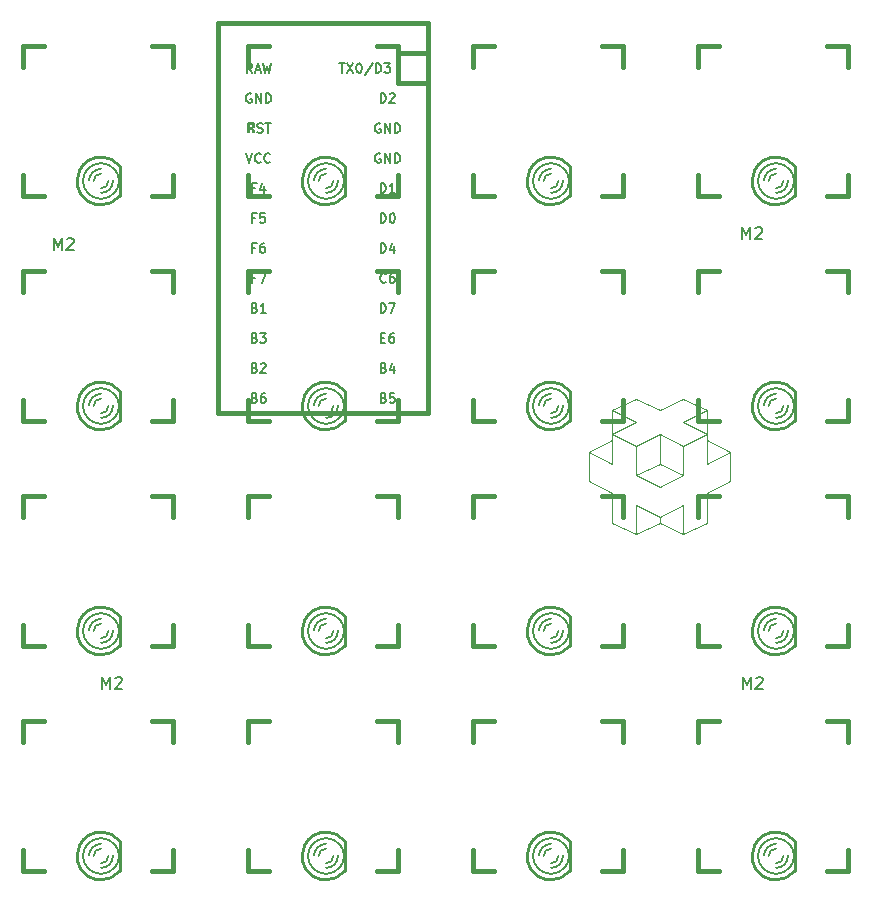
<source format=gto>
G04 #@! TF.GenerationSoftware,KiCad,Pcbnew,(5.0.1)-3*
G04 #@! TF.CreationDate,2020-04-26T21:35:37+05:00*
G04 #@! TF.ProjectId,amoeba-4x4-keypad,616D6F6562612D3478342D6B65797061,rev?*
G04 #@! TF.SameCoordinates,Original*
G04 #@! TF.FileFunction,Legend,Top*
G04 #@! TF.FilePolarity,Positive*
%FSLAX46Y46*%
G04 Gerber Fmt 4.6, Leading zero omitted, Abs format (unit mm)*
G04 Created by KiCad (PCBNEW (5.0.1)-3) date 26.04.2020 21:35:37*
%MOMM*%
%LPD*%
G01*
G04 APERTURE LIST*
%ADD10C,0.100000*%
%ADD11C,0.254000*%
%ADD12C,0.152400*%
%ADD13C,0.381000*%
%ADD14C,0.150000*%
G04 APERTURE END LIST*
D10*
X292470000Y-136990000D02*
X292470000Y-134990000D01*
X290470000Y-138490000D02*
X292470000Y-137490000D01*
X302470000Y-138490000D02*
X300470000Y-137490000D01*
X300470000Y-134990000D02*
X300470000Y-136990000D01*
X298470000Y-135990000D02*
X300470000Y-136990000D01*
X300470000Y-134990000D02*
X298470000Y-135990000D01*
X298470000Y-133990000D02*
X300470000Y-134990000D01*
X296470000Y-134990000D02*
X298470000Y-133990000D01*
X294470000Y-133990000D02*
X296470000Y-134990000D01*
X292470000Y-134990000D02*
X294470000Y-133990000D01*
X294470000Y-135990000D02*
X292470000Y-134990000D01*
X292470000Y-136990000D02*
X294470000Y-135990000D01*
X294470000Y-137990000D02*
X292470000Y-136990000D01*
X296470000Y-143990000D02*
X296470000Y-144490000D01*
X298470000Y-142990000D02*
X298470000Y-145490000D01*
X296470000Y-143990000D02*
X298470000Y-142990000D01*
X294470000Y-142990000D02*
X296470000Y-143990000D01*
X294470000Y-145490000D02*
X294470000Y-142990000D01*
X300470000Y-136990000D02*
X298470000Y-137990000D01*
X300470000Y-139490000D02*
X300470000Y-136990000D01*
X302470000Y-138490000D02*
X300470000Y-139490000D01*
X302470000Y-140990000D02*
X302470000Y-138490000D01*
X300470000Y-141990000D02*
X302470000Y-140990000D01*
X300470000Y-144490000D02*
X300470000Y-141990000D01*
X298470000Y-145490000D02*
X300470000Y-144490000D01*
X296470000Y-144490000D02*
X298470000Y-145490000D01*
X294470000Y-145490000D02*
X296470000Y-144490000D01*
X292470000Y-144490000D02*
X294470000Y-145490000D01*
X292470000Y-141990000D02*
X292470000Y-144490000D01*
X290470000Y-140990000D02*
X292470000Y-141990000D01*
X290470000Y-138490000D02*
X290470000Y-140990000D01*
X292470000Y-139490000D02*
X290470000Y-138490000D01*
X292470000Y-136990000D02*
X292470000Y-139490000D01*
X296470000Y-139490000D02*
X298470000Y-140490000D01*
X296470000Y-139490000D02*
X296470000Y-136990000D01*
X294470000Y-140490000D02*
X296470000Y-139490000D01*
X294470000Y-137990000D02*
X294470000Y-140490000D01*
X296470000Y-136990000D02*
X294470000Y-137990000D01*
X298470000Y-137990000D02*
X296470000Y-136990000D01*
X298470000Y-140490000D02*
X298470000Y-137990000D01*
X296470000Y-141490000D02*
X298470000Y-140490000D01*
X294470000Y-140490000D02*
X296470000Y-141490000D01*
D11*
G04 #@! TO.C,LED0*
X269798800Y-173990000D02*
X269798800Y-171450000D01*
D12*
X267053136Y-171744473D02*
G75*
G03X266700000Y-172720000I1170864J-975527D01*
G01*
X266701889Y-172720469D02*
G75*
G03X267086080Y-173730920I1522111J469D01*
G01*
X269746147Y-172719966D02*
G75*
G03X269379700Y-171729400I-1522147J-34D01*
G01*
X269394864Y-173695527D02*
G75*
G03X269748000Y-172720000I-1170864J975527D01*
G01*
X269463166Y-171832845D02*
G75*
G03X268224000Y-171196000I-1239166J-887155D01*
G01*
X268223199Y-171196000D02*
G75*
G03X267004800Y-171805600I801J-1524000D01*
G01*
X268224442Y-174242206D02*
G75*
G03X269425420Y-173654720I-442J1522206D01*
G01*
X267021436Y-173656171D02*
G75*
G03X268224000Y-174244000I1202564J936171D01*
G01*
X268224000Y-172085000D02*
G75*
G03X267589000Y-172720000I0J-635000D01*
G01*
X268224000Y-171704000D02*
G75*
G03X267208000Y-172720000I0J-1016000D01*
G01*
X268224000Y-173355000D02*
G75*
G03X268859000Y-172720000I0J635000D01*
G01*
X268224000Y-173736000D02*
G75*
G03X269240000Y-172720000I0J1016000D01*
G01*
D11*
X269782880Y-171416574D02*
G75*
G03X268224000Y-170688000I-1558880J-1303426D01*
G01*
X268223025Y-170690540D02*
G75*
G03X266433300Y-171764960I975J-2029460D01*
G01*
X268226552Y-174749386D02*
G75*
G03X269773400Y-174030640I-2552J2029386D01*
G01*
X266460701Y-173729851D02*
G75*
G03X268224000Y-174752000I1763299J1009851D01*
G01*
X266434870Y-171756653D02*
G75*
G03X266192000Y-172720000I1789130J-963347D01*
G01*
X266193077Y-172720100D02*
G75*
G03X266494260Y-173784260I2030923J100D01*
G01*
D13*
G04 #@! TO.C,S0*
X261620000Y-161290000D02*
X263398000Y-161290000D01*
X272542000Y-161290000D02*
X274320000Y-161290000D01*
X274320000Y-161290000D02*
X274320000Y-163068000D01*
X274320000Y-172212000D02*
X274320000Y-173990000D01*
X274320000Y-173990000D02*
X272542000Y-173990000D01*
X263398000Y-173990000D02*
X261620000Y-173990000D01*
X261620000Y-173990000D02*
X261620000Y-172212000D01*
X261620000Y-163068000D02*
X261620000Y-161290000D01*
D11*
G04 #@! TO.C,LED0*
X288848800Y-173990000D02*
X288848800Y-171450000D01*
D12*
X286103136Y-171744473D02*
G75*
G03X285750000Y-172720000I1170864J-975527D01*
G01*
X285751889Y-172720469D02*
G75*
G03X286136080Y-173730920I1522111J469D01*
G01*
X288796147Y-172719966D02*
G75*
G03X288429700Y-171729400I-1522147J-34D01*
G01*
X288444864Y-173695527D02*
G75*
G03X288798000Y-172720000I-1170864J975527D01*
G01*
X288513166Y-171832845D02*
G75*
G03X287274000Y-171196000I-1239166J-887155D01*
G01*
X287273199Y-171196000D02*
G75*
G03X286054800Y-171805600I801J-1524000D01*
G01*
X287274442Y-174242206D02*
G75*
G03X288475420Y-173654720I-442J1522206D01*
G01*
X286071436Y-173656171D02*
G75*
G03X287274000Y-174244000I1202564J936171D01*
G01*
X287274000Y-172085000D02*
G75*
G03X286639000Y-172720000I0J-635000D01*
G01*
X287274000Y-171704000D02*
G75*
G03X286258000Y-172720000I0J-1016000D01*
G01*
X287274000Y-173355000D02*
G75*
G03X287909000Y-172720000I0J635000D01*
G01*
X287274000Y-173736000D02*
G75*
G03X288290000Y-172720000I0J1016000D01*
G01*
D11*
X288832880Y-171416574D02*
G75*
G03X287274000Y-170688000I-1558880J-1303426D01*
G01*
X287273025Y-170690540D02*
G75*
G03X285483300Y-171764960I975J-2029460D01*
G01*
X287276552Y-174749386D02*
G75*
G03X288823400Y-174030640I-2552J2029386D01*
G01*
X285510701Y-173729851D02*
G75*
G03X287274000Y-174752000I1763299J1009851D01*
G01*
X285484870Y-171756653D02*
G75*
G03X285242000Y-172720000I1789130J-963347D01*
G01*
X285243077Y-172720100D02*
G75*
G03X285544260Y-173784260I2030923J100D01*
G01*
D13*
G04 #@! TO.C,S0*
X280670000Y-161290000D02*
X282448000Y-161290000D01*
X291592000Y-161290000D02*
X293370000Y-161290000D01*
X293370000Y-161290000D02*
X293370000Y-163068000D01*
X293370000Y-172212000D02*
X293370000Y-173990000D01*
X293370000Y-173990000D02*
X291592000Y-173990000D01*
X282448000Y-173990000D02*
X280670000Y-173990000D01*
X280670000Y-173990000D02*
X280670000Y-172212000D01*
X280670000Y-163068000D02*
X280670000Y-161290000D01*
X299720000Y-161290000D02*
X301498000Y-161290000D01*
X310642000Y-161290000D02*
X312420000Y-161290000D01*
X312420000Y-161290000D02*
X312420000Y-163068000D01*
X312420000Y-172212000D02*
X312420000Y-173990000D01*
X312420000Y-173990000D02*
X310642000Y-173990000D01*
X301498000Y-173990000D02*
X299720000Y-173990000D01*
X299720000Y-173990000D02*
X299720000Y-172212000D01*
X299720000Y-163068000D02*
X299720000Y-161290000D01*
D11*
G04 #@! TO.C,LED0*
X307898800Y-173990000D02*
X307898800Y-171450000D01*
D12*
X305153136Y-171744473D02*
G75*
G03X304800000Y-172720000I1170864J-975527D01*
G01*
X304801889Y-172720469D02*
G75*
G03X305186080Y-173730920I1522111J469D01*
G01*
X307846147Y-172719966D02*
G75*
G03X307479700Y-171729400I-1522147J-34D01*
G01*
X307494864Y-173695527D02*
G75*
G03X307848000Y-172720000I-1170864J975527D01*
G01*
X307563166Y-171832845D02*
G75*
G03X306324000Y-171196000I-1239166J-887155D01*
G01*
X306323199Y-171196000D02*
G75*
G03X305104800Y-171805600I801J-1524000D01*
G01*
X306324442Y-174242206D02*
G75*
G03X307525420Y-173654720I-442J1522206D01*
G01*
X305121436Y-173656171D02*
G75*
G03X306324000Y-174244000I1202564J936171D01*
G01*
X306324000Y-172085000D02*
G75*
G03X305689000Y-172720000I0J-635000D01*
G01*
X306324000Y-171704000D02*
G75*
G03X305308000Y-172720000I0J-1016000D01*
G01*
X306324000Y-173355000D02*
G75*
G03X306959000Y-172720000I0J635000D01*
G01*
X306324000Y-173736000D02*
G75*
G03X307340000Y-172720000I0J1016000D01*
G01*
D11*
X307882880Y-171416574D02*
G75*
G03X306324000Y-170688000I-1558880J-1303426D01*
G01*
X306323025Y-170690540D02*
G75*
G03X304533300Y-171764960I975J-2029460D01*
G01*
X306326552Y-174749386D02*
G75*
G03X307873400Y-174030640I-2552J2029386D01*
G01*
X304560701Y-173729851D02*
G75*
G03X306324000Y-174752000I1763299J1009851D01*
G01*
X304534870Y-171756653D02*
G75*
G03X304292000Y-172720000I1789130J-963347D01*
G01*
X304293077Y-172720100D02*
G75*
G03X304594260Y-173784260I2030923J100D01*
G01*
D13*
G04 #@! TO.C,S0*
X242570000Y-163068000D02*
X242570000Y-161290000D01*
X242570000Y-173990000D02*
X242570000Y-172212000D01*
X244348000Y-173990000D02*
X242570000Y-173990000D01*
X255270000Y-173990000D02*
X253492000Y-173990000D01*
X255270000Y-172212000D02*
X255270000Y-173990000D01*
X255270000Y-161290000D02*
X255270000Y-163068000D01*
X253492000Y-161290000D02*
X255270000Y-161290000D01*
X242570000Y-161290000D02*
X244348000Y-161290000D01*
D11*
G04 #@! TO.C,LED0*
X247143077Y-172720100D02*
G75*
G03X247444260Y-173784260I2030923J100D01*
G01*
X247384870Y-171756653D02*
G75*
G03X247142000Y-172720000I1789130J-963347D01*
G01*
X247410701Y-173729851D02*
G75*
G03X249174000Y-174752000I1763299J1009851D01*
G01*
X249176552Y-174749386D02*
G75*
G03X250723400Y-174030640I-2552J2029386D01*
G01*
X249173025Y-170690540D02*
G75*
G03X247383300Y-171764960I975J-2029460D01*
G01*
X250732880Y-171416574D02*
G75*
G03X249174000Y-170688000I-1558880J-1303426D01*
G01*
D12*
X249174000Y-173736000D02*
G75*
G03X250190000Y-172720000I0J1016000D01*
G01*
X249174000Y-173355000D02*
G75*
G03X249809000Y-172720000I0J635000D01*
G01*
X249174000Y-171704000D02*
G75*
G03X248158000Y-172720000I0J-1016000D01*
G01*
X249174000Y-172085000D02*
G75*
G03X248539000Y-172720000I0J-635000D01*
G01*
X247971436Y-173656171D02*
G75*
G03X249174000Y-174244000I1202564J936171D01*
G01*
X249174442Y-174242206D02*
G75*
G03X250375420Y-173654720I-442J1522206D01*
G01*
X249173199Y-171196000D02*
G75*
G03X247954800Y-171805600I801J-1524000D01*
G01*
X250413166Y-171832845D02*
G75*
G03X249174000Y-171196000I-1239166J-887155D01*
G01*
X250344864Y-173695527D02*
G75*
G03X250698000Y-172720000I-1170864J975527D01*
G01*
X250696147Y-172719966D02*
G75*
G03X250329700Y-171729400I-1522147J-34D01*
G01*
X247651889Y-172720469D02*
G75*
G03X248036080Y-173730920I1522111J469D01*
G01*
X248003136Y-171744473D02*
G75*
G03X247650000Y-172720000I1170864J-975527D01*
G01*
D11*
X250748800Y-173990000D02*
X250748800Y-171450000D01*
X269798800Y-154940000D02*
X269798800Y-152400000D01*
D12*
X267053136Y-152694473D02*
G75*
G03X266700000Y-153670000I1170864J-975527D01*
G01*
X266701889Y-153670469D02*
G75*
G03X267086080Y-154680920I1522111J469D01*
G01*
X269746147Y-153669966D02*
G75*
G03X269379700Y-152679400I-1522147J-34D01*
G01*
X269394864Y-154645527D02*
G75*
G03X269748000Y-153670000I-1170864J975527D01*
G01*
X269463166Y-152782845D02*
G75*
G03X268224000Y-152146000I-1239166J-887155D01*
G01*
X268223199Y-152146000D02*
G75*
G03X267004800Y-152755600I801J-1524000D01*
G01*
X268224442Y-155192206D02*
G75*
G03X269425420Y-154604720I-442J1522206D01*
G01*
X267021436Y-154606171D02*
G75*
G03X268224000Y-155194000I1202564J936171D01*
G01*
X268224000Y-153035000D02*
G75*
G03X267589000Y-153670000I0J-635000D01*
G01*
X268224000Y-152654000D02*
G75*
G03X267208000Y-153670000I0J-1016000D01*
G01*
X268224000Y-154305000D02*
G75*
G03X268859000Y-153670000I0J635000D01*
G01*
X268224000Y-154686000D02*
G75*
G03X269240000Y-153670000I0J1016000D01*
G01*
D11*
X269782880Y-152366574D02*
G75*
G03X268224000Y-151638000I-1558880J-1303426D01*
G01*
X268223025Y-151640540D02*
G75*
G03X266433300Y-152714960I975J-2029460D01*
G01*
X268226552Y-155699386D02*
G75*
G03X269773400Y-154980640I-2552J2029386D01*
G01*
X266460701Y-154679851D02*
G75*
G03X268224000Y-155702000I1763299J1009851D01*
G01*
X266434870Y-152706653D02*
G75*
G03X266192000Y-153670000I1789130J-963347D01*
G01*
X266193077Y-153670100D02*
G75*
G03X266494260Y-154734260I2030923J100D01*
G01*
D13*
G04 #@! TO.C,S0*
X261620000Y-142240000D02*
X263398000Y-142240000D01*
X272542000Y-142240000D02*
X274320000Y-142240000D01*
X274320000Y-142240000D02*
X274320000Y-144018000D01*
X274320000Y-153162000D02*
X274320000Y-154940000D01*
X274320000Y-154940000D02*
X272542000Y-154940000D01*
X263398000Y-154940000D02*
X261620000Y-154940000D01*
X261620000Y-154940000D02*
X261620000Y-153162000D01*
X261620000Y-144018000D02*
X261620000Y-142240000D01*
D11*
G04 #@! TO.C,LED0*
X288848800Y-154940000D02*
X288848800Y-152400000D01*
D12*
X286103136Y-152694473D02*
G75*
G03X285750000Y-153670000I1170864J-975527D01*
G01*
X285751889Y-153670469D02*
G75*
G03X286136080Y-154680920I1522111J469D01*
G01*
X288796147Y-153669966D02*
G75*
G03X288429700Y-152679400I-1522147J-34D01*
G01*
X288444864Y-154645527D02*
G75*
G03X288798000Y-153670000I-1170864J975527D01*
G01*
X288513166Y-152782845D02*
G75*
G03X287274000Y-152146000I-1239166J-887155D01*
G01*
X287273199Y-152146000D02*
G75*
G03X286054800Y-152755600I801J-1524000D01*
G01*
X287274442Y-155192206D02*
G75*
G03X288475420Y-154604720I-442J1522206D01*
G01*
X286071436Y-154606171D02*
G75*
G03X287274000Y-155194000I1202564J936171D01*
G01*
X287274000Y-153035000D02*
G75*
G03X286639000Y-153670000I0J-635000D01*
G01*
X287274000Y-152654000D02*
G75*
G03X286258000Y-153670000I0J-1016000D01*
G01*
X287274000Y-154305000D02*
G75*
G03X287909000Y-153670000I0J635000D01*
G01*
X287274000Y-154686000D02*
G75*
G03X288290000Y-153670000I0J1016000D01*
G01*
D11*
X288832880Y-152366574D02*
G75*
G03X287274000Y-151638000I-1558880J-1303426D01*
G01*
X287273025Y-151640540D02*
G75*
G03X285483300Y-152714960I975J-2029460D01*
G01*
X287276552Y-155699386D02*
G75*
G03X288823400Y-154980640I-2552J2029386D01*
G01*
X285510701Y-154679851D02*
G75*
G03X287274000Y-155702000I1763299J1009851D01*
G01*
X285484870Y-152706653D02*
G75*
G03X285242000Y-153670000I1789130J-963347D01*
G01*
X285243077Y-153670100D02*
G75*
G03X285544260Y-154734260I2030923J100D01*
G01*
D13*
G04 #@! TO.C,S0*
X280670000Y-142240000D02*
X282448000Y-142240000D01*
X291592000Y-142240000D02*
X293370000Y-142240000D01*
X293370000Y-142240000D02*
X293370000Y-144018000D01*
X293370000Y-153162000D02*
X293370000Y-154940000D01*
X293370000Y-154940000D02*
X291592000Y-154940000D01*
X282448000Y-154940000D02*
X280670000Y-154940000D01*
X280670000Y-154940000D02*
X280670000Y-153162000D01*
X280670000Y-144018000D02*
X280670000Y-142240000D01*
X299720000Y-142240000D02*
X301498000Y-142240000D01*
X310642000Y-142240000D02*
X312420000Y-142240000D01*
X312420000Y-142240000D02*
X312420000Y-144018000D01*
X312420000Y-153162000D02*
X312420000Y-154940000D01*
X312420000Y-154940000D02*
X310642000Y-154940000D01*
X301498000Y-154940000D02*
X299720000Y-154940000D01*
X299720000Y-154940000D02*
X299720000Y-153162000D01*
X299720000Y-144018000D02*
X299720000Y-142240000D01*
D11*
G04 #@! TO.C,LED0*
X307898800Y-154940000D02*
X307898800Y-152400000D01*
D12*
X305153136Y-152694473D02*
G75*
G03X304800000Y-153670000I1170864J-975527D01*
G01*
X304801889Y-153670469D02*
G75*
G03X305186080Y-154680920I1522111J469D01*
G01*
X307846147Y-153669966D02*
G75*
G03X307479700Y-152679400I-1522147J-34D01*
G01*
X307494864Y-154645527D02*
G75*
G03X307848000Y-153670000I-1170864J975527D01*
G01*
X307563166Y-152782845D02*
G75*
G03X306324000Y-152146000I-1239166J-887155D01*
G01*
X306323199Y-152146000D02*
G75*
G03X305104800Y-152755600I801J-1524000D01*
G01*
X306324442Y-155192206D02*
G75*
G03X307525420Y-154604720I-442J1522206D01*
G01*
X305121436Y-154606171D02*
G75*
G03X306324000Y-155194000I1202564J936171D01*
G01*
X306324000Y-153035000D02*
G75*
G03X305689000Y-153670000I0J-635000D01*
G01*
X306324000Y-152654000D02*
G75*
G03X305308000Y-153670000I0J-1016000D01*
G01*
X306324000Y-154305000D02*
G75*
G03X306959000Y-153670000I0J635000D01*
G01*
X306324000Y-154686000D02*
G75*
G03X307340000Y-153670000I0J1016000D01*
G01*
D11*
X307882880Y-152366574D02*
G75*
G03X306324000Y-151638000I-1558880J-1303426D01*
G01*
X306323025Y-151640540D02*
G75*
G03X304533300Y-152714960I975J-2029460D01*
G01*
X306326552Y-155699386D02*
G75*
G03X307873400Y-154980640I-2552J2029386D01*
G01*
X304560701Y-154679851D02*
G75*
G03X306324000Y-155702000I1763299J1009851D01*
G01*
X304534870Y-152706653D02*
G75*
G03X304292000Y-153670000I1789130J-963347D01*
G01*
X304293077Y-153670100D02*
G75*
G03X304594260Y-154734260I2030923J100D01*
G01*
D13*
G04 #@! TO.C,S0*
X242570000Y-144018000D02*
X242570000Y-142240000D01*
X242570000Y-154940000D02*
X242570000Y-153162000D01*
X244348000Y-154940000D02*
X242570000Y-154940000D01*
X255270000Y-154940000D02*
X253492000Y-154940000D01*
X255270000Y-153162000D02*
X255270000Y-154940000D01*
X255270000Y-142240000D02*
X255270000Y-144018000D01*
X253492000Y-142240000D02*
X255270000Y-142240000D01*
X242570000Y-142240000D02*
X244348000Y-142240000D01*
D11*
G04 #@! TO.C,LED0*
X247143077Y-153670100D02*
G75*
G03X247444260Y-154734260I2030923J100D01*
G01*
X247384870Y-152706653D02*
G75*
G03X247142000Y-153670000I1789130J-963347D01*
G01*
X247410701Y-154679851D02*
G75*
G03X249174000Y-155702000I1763299J1009851D01*
G01*
X249176552Y-155699386D02*
G75*
G03X250723400Y-154980640I-2552J2029386D01*
G01*
X249173025Y-151640540D02*
G75*
G03X247383300Y-152714960I975J-2029460D01*
G01*
X250732880Y-152366574D02*
G75*
G03X249174000Y-151638000I-1558880J-1303426D01*
G01*
D12*
X249174000Y-154686000D02*
G75*
G03X250190000Y-153670000I0J1016000D01*
G01*
X249174000Y-154305000D02*
G75*
G03X249809000Y-153670000I0J635000D01*
G01*
X249174000Y-152654000D02*
G75*
G03X248158000Y-153670000I0J-1016000D01*
G01*
X249174000Y-153035000D02*
G75*
G03X248539000Y-153670000I0J-635000D01*
G01*
X247971436Y-154606171D02*
G75*
G03X249174000Y-155194000I1202564J936171D01*
G01*
X249174442Y-155192206D02*
G75*
G03X250375420Y-154604720I-442J1522206D01*
G01*
X249173199Y-152146000D02*
G75*
G03X247954800Y-152755600I801J-1524000D01*
G01*
X250413166Y-152782845D02*
G75*
G03X249174000Y-152146000I-1239166J-887155D01*
G01*
X250344864Y-154645527D02*
G75*
G03X250698000Y-153670000I-1170864J975527D01*
G01*
X250696147Y-153669966D02*
G75*
G03X250329700Y-152679400I-1522147J-34D01*
G01*
X247651889Y-153670469D02*
G75*
G03X248036080Y-154680920I1522111J469D01*
G01*
X248003136Y-152694473D02*
G75*
G03X247650000Y-153670000I1170864J-975527D01*
G01*
D11*
X250748800Y-154940000D02*
X250748800Y-152400000D01*
X269798800Y-135890000D02*
X269798800Y-133350000D01*
D12*
X267053136Y-133644473D02*
G75*
G03X266700000Y-134620000I1170864J-975527D01*
G01*
X266701889Y-134620469D02*
G75*
G03X267086080Y-135630920I1522111J469D01*
G01*
X269746147Y-134619966D02*
G75*
G03X269379700Y-133629400I-1522147J-34D01*
G01*
X269394864Y-135595527D02*
G75*
G03X269748000Y-134620000I-1170864J975527D01*
G01*
X269463166Y-133732845D02*
G75*
G03X268224000Y-133096000I-1239166J-887155D01*
G01*
X268223199Y-133096000D02*
G75*
G03X267004800Y-133705600I801J-1524000D01*
G01*
X268224442Y-136142206D02*
G75*
G03X269425420Y-135554720I-442J1522206D01*
G01*
X267021436Y-135556171D02*
G75*
G03X268224000Y-136144000I1202564J936171D01*
G01*
X268224000Y-133985000D02*
G75*
G03X267589000Y-134620000I0J-635000D01*
G01*
X268224000Y-133604000D02*
G75*
G03X267208000Y-134620000I0J-1016000D01*
G01*
X268224000Y-135255000D02*
G75*
G03X268859000Y-134620000I0J635000D01*
G01*
X268224000Y-135636000D02*
G75*
G03X269240000Y-134620000I0J1016000D01*
G01*
D11*
X269782880Y-133316574D02*
G75*
G03X268224000Y-132588000I-1558880J-1303426D01*
G01*
X268223025Y-132590540D02*
G75*
G03X266433300Y-133664960I975J-2029460D01*
G01*
X268226552Y-136649386D02*
G75*
G03X269773400Y-135930640I-2552J2029386D01*
G01*
X266460701Y-135629851D02*
G75*
G03X268224000Y-136652000I1763299J1009851D01*
G01*
X266434870Y-133656653D02*
G75*
G03X266192000Y-134620000I1789130J-963347D01*
G01*
X266193077Y-134620100D02*
G75*
G03X266494260Y-135684260I2030923J100D01*
G01*
D13*
G04 #@! TO.C,S0*
X261620000Y-123190000D02*
X263398000Y-123190000D01*
X272542000Y-123190000D02*
X274320000Y-123190000D01*
X274320000Y-123190000D02*
X274320000Y-124968000D01*
X274320000Y-134112000D02*
X274320000Y-135890000D01*
X274320000Y-135890000D02*
X272542000Y-135890000D01*
X263398000Y-135890000D02*
X261620000Y-135890000D01*
X261620000Y-135890000D02*
X261620000Y-134112000D01*
X261620000Y-124968000D02*
X261620000Y-123190000D01*
D11*
G04 #@! TO.C,LED0*
X288848800Y-135890000D02*
X288848800Y-133350000D01*
D12*
X286103136Y-133644473D02*
G75*
G03X285750000Y-134620000I1170864J-975527D01*
G01*
X285751889Y-134620469D02*
G75*
G03X286136080Y-135630920I1522111J469D01*
G01*
X288796147Y-134619966D02*
G75*
G03X288429700Y-133629400I-1522147J-34D01*
G01*
X288444864Y-135595527D02*
G75*
G03X288798000Y-134620000I-1170864J975527D01*
G01*
X288513166Y-133732845D02*
G75*
G03X287274000Y-133096000I-1239166J-887155D01*
G01*
X287273199Y-133096000D02*
G75*
G03X286054800Y-133705600I801J-1524000D01*
G01*
X287274442Y-136142206D02*
G75*
G03X288475420Y-135554720I-442J1522206D01*
G01*
X286071436Y-135556171D02*
G75*
G03X287274000Y-136144000I1202564J936171D01*
G01*
X287274000Y-133985000D02*
G75*
G03X286639000Y-134620000I0J-635000D01*
G01*
X287274000Y-133604000D02*
G75*
G03X286258000Y-134620000I0J-1016000D01*
G01*
X287274000Y-135255000D02*
G75*
G03X287909000Y-134620000I0J635000D01*
G01*
X287274000Y-135636000D02*
G75*
G03X288290000Y-134620000I0J1016000D01*
G01*
D11*
X288832880Y-133316574D02*
G75*
G03X287274000Y-132588000I-1558880J-1303426D01*
G01*
X287273025Y-132590540D02*
G75*
G03X285483300Y-133664960I975J-2029460D01*
G01*
X287276552Y-136649386D02*
G75*
G03X288823400Y-135930640I-2552J2029386D01*
G01*
X285510701Y-135629851D02*
G75*
G03X287274000Y-136652000I1763299J1009851D01*
G01*
X285484870Y-133656653D02*
G75*
G03X285242000Y-134620000I1789130J-963347D01*
G01*
X285243077Y-134620100D02*
G75*
G03X285544260Y-135684260I2030923J100D01*
G01*
D13*
G04 #@! TO.C,S0*
X280670000Y-123190000D02*
X282448000Y-123190000D01*
X291592000Y-123190000D02*
X293370000Y-123190000D01*
X293370000Y-123190000D02*
X293370000Y-124968000D01*
X293370000Y-134112000D02*
X293370000Y-135890000D01*
X293370000Y-135890000D02*
X291592000Y-135890000D01*
X282448000Y-135890000D02*
X280670000Y-135890000D01*
X280670000Y-135890000D02*
X280670000Y-134112000D01*
X280670000Y-124968000D02*
X280670000Y-123190000D01*
X299720000Y-123190000D02*
X301498000Y-123190000D01*
X310642000Y-123190000D02*
X312420000Y-123190000D01*
X312420000Y-123190000D02*
X312420000Y-124968000D01*
X312420000Y-134112000D02*
X312420000Y-135890000D01*
X312420000Y-135890000D02*
X310642000Y-135890000D01*
X301498000Y-135890000D02*
X299720000Y-135890000D01*
X299720000Y-135890000D02*
X299720000Y-134112000D01*
X299720000Y-124968000D02*
X299720000Y-123190000D01*
D11*
G04 #@! TO.C,LED0*
X307898800Y-135890000D02*
X307898800Y-133350000D01*
D12*
X305153136Y-133644473D02*
G75*
G03X304800000Y-134620000I1170864J-975527D01*
G01*
X304801889Y-134620469D02*
G75*
G03X305186080Y-135630920I1522111J469D01*
G01*
X307846147Y-134619966D02*
G75*
G03X307479700Y-133629400I-1522147J-34D01*
G01*
X307494864Y-135595527D02*
G75*
G03X307848000Y-134620000I-1170864J975527D01*
G01*
X307563166Y-133732845D02*
G75*
G03X306324000Y-133096000I-1239166J-887155D01*
G01*
X306323199Y-133096000D02*
G75*
G03X305104800Y-133705600I801J-1524000D01*
G01*
X306324442Y-136142206D02*
G75*
G03X307525420Y-135554720I-442J1522206D01*
G01*
X305121436Y-135556171D02*
G75*
G03X306324000Y-136144000I1202564J936171D01*
G01*
X306324000Y-133985000D02*
G75*
G03X305689000Y-134620000I0J-635000D01*
G01*
X306324000Y-133604000D02*
G75*
G03X305308000Y-134620000I0J-1016000D01*
G01*
X306324000Y-135255000D02*
G75*
G03X306959000Y-134620000I0J635000D01*
G01*
X306324000Y-135636000D02*
G75*
G03X307340000Y-134620000I0J1016000D01*
G01*
D11*
X307882880Y-133316574D02*
G75*
G03X306324000Y-132588000I-1558880J-1303426D01*
G01*
X306323025Y-132590540D02*
G75*
G03X304533300Y-133664960I975J-2029460D01*
G01*
X306326552Y-136649386D02*
G75*
G03X307873400Y-135930640I-2552J2029386D01*
G01*
X304560701Y-135629851D02*
G75*
G03X306324000Y-136652000I1763299J1009851D01*
G01*
X304534870Y-133656653D02*
G75*
G03X304292000Y-134620000I1789130J-963347D01*
G01*
X304293077Y-134620100D02*
G75*
G03X304594260Y-135684260I2030923J100D01*
G01*
D13*
G04 #@! TO.C,S0*
X242570000Y-124968000D02*
X242570000Y-123190000D01*
X242570000Y-135890000D02*
X242570000Y-134112000D01*
X244348000Y-135890000D02*
X242570000Y-135890000D01*
X255270000Y-135890000D02*
X253492000Y-135890000D01*
X255270000Y-134112000D02*
X255270000Y-135890000D01*
X255270000Y-123190000D02*
X255270000Y-124968000D01*
X253492000Y-123190000D02*
X255270000Y-123190000D01*
X242570000Y-123190000D02*
X244348000Y-123190000D01*
D11*
G04 #@! TO.C,LED0*
X247143077Y-134620100D02*
G75*
G03X247444260Y-135684260I2030923J100D01*
G01*
X247384870Y-133656653D02*
G75*
G03X247142000Y-134620000I1789130J-963347D01*
G01*
X247410701Y-135629851D02*
G75*
G03X249174000Y-136652000I1763299J1009851D01*
G01*
X249176552Y-136649386D02*
G75*
G03X250723400Y-135930640I-2552J2029386D01*
G01*
X249173025Y-132590540D02*
G75*
G03X247383300Y-133664960I975J-2029460D01*
G01*
X250732880Y-133316574D02*
G75*
G03X249174000Y-132588000I-1558880J-1303426D01*
G01*
D12*
X249174000Y-135636000D02*
G75*
G03X250190000Y-134620000I0J1016000D01*
G01*
X249174000Y-135255000D02*
G75*
G03X249809000Y-134620000I0J635000D01*
G01*
X249174000Y-133604000D02*
G75*
G03X248158000Y-134620000I0J-1016000D01*
G01*
X249174000Y-133985000D02*
G75*
G03X248539000Y-134620000I0J-635000D01*
G01*
X247971436Y-135556171D02*
G75*
G03X249174000Y-136144000I1202564J936171D01*
G01*
X249174442Y-136142206D02*
G75*
G03X250375420Y-135554720I-442J1522206D01*
G01*
X249173199Y-133096000D02*
G75*
G03X247954800Y-133705600I801J-1524000D01*
G01*
X250413166Y-133732845D02*
G75*
G03X249174000Y-133096000I-1239166J-887155D01*
G01*
X250344864Y-135595527D02*
G75*
G03X250698000Y-134620000I-1170864J975527D01*
G01*
X250696147Y-134619966D02*
G75*
G03X250329700Y-133629400I-1522147J-34D01*
G01*
X247651889Y-134620469D02*
G75*
G03X248036080Y-135630920I1522111J469D01*
G01*
X248003136Y-133644473D02*
G75*
G03X247650000Y-134620000I1170864J-975527D01*
G01*
D11*
X250748800Y-135890000D02*
X250748800Y-133350000D01*
D13*
G04 #@! TO.C,S0*
X299720000Y-105918000D02*
X299720000Y-104140000D01*
X299720000Y-116840000D02*
X299720000Y-115062000D01*
X301498000Y-116840000D02*
X299720000Y-116840000D01*
X312420000Y-116840000D02*
X310642000Y-116840000D01*
X312420000Y-115062000D02*
X312420000Y-116840000D01*
X312420000Y-104140000D02*
X312420000Y-105918000D01*
X310642000Y-104140000D02*
X312420000Y-104140000D01*
X299720000Y-104140000D02*
X301498000Y-104140000D01*
D11*
G04 #@! TO.C,LED0*
X304293077Y-115570100D02*
G75*
G03X304594260Y-116634260I2030923J100D01*
G01*
X304534870Y-114606653D02*
G75*
G03X304292000Y-115570000I1789130J-963347D01*
G01*
X304560701Y-116579851D02*
G75*
G03X306324000Y-117602000I1763299J1009851D01*
G01*
X306326552Y-117599386D02*
G75*
G03X307873400Y-116880640I-2552J2029386D01*
G01*
X306323025Y-113540540D02*
G75*
G03X304533300Y-114614960I975J-2029460D01*
G01*
X307882880Y-114266574D02*
G75*
G03X306324000Y-113538000I-1558880J-1303426D01*
G01*
D12*
X306324000Y-116586000D02*
G75*
G03X307340000Y-115570000I0J1016000D01*
G01*
X306324000Y-116205000D02*
G75*
G03X306959000Y-115570000I0J635000D01*
G01*
X306324000Y-114554000D02*
G75*
G03X305308000Y-115570000I0J-1016000D01*
G01*
X306324000Y-114935000D02*
G75*
G03X305689000Y-115570000I0J-635000D01*
G01*
X305121436Y-116506171D02*
G75*
G03X306324000Y-117094000I1202564J936171D01*
G01*
X306324442Y-117092206D02*
G75*
G03X307525420Y-116504720I-442J1522206D01*
G01*
X306323199Y-114046000D02*
G75*
G03X305104800Y-114655600I801J-1524000D01*
G01*
X307563166Y-114682845D02*
G75*
G03X306324000Y-114046000I-1239166J-887155D01*
G01*
X307494864Y-116545527D02*
G75*
G03X307848000Y-115570000I-1170864J975527D01*
G01*
X307846147Y-115569966D02*
G75*
G03X307479700Y-114579400I-1522147J-34D01*
G01*
X304801889Y-115570469D02*
G75*
G03X305186080Y-116580920I1522111J469D01*
G01*
X305153136Y-114594473D02*
G75*
G03X304800000Y-115570000I1170864J-975527D01*
G01*
D11*
X307898800Y-116840000D02*
X307898800Y-114300000D01*
D13*
G04 #@! TO.C,S0*
X280670000Y-105918000D02*
X280670000Y-104140000D01*
X280670000Y-116840000D02*
X280670000Y-115062000D01*
X282448000Y-116840000D02*
X280670000Y-116840000D01*
X293370000Y-116840000D02*
X291592000Y-116840000D01*
X293370000Y-115062000D02*
X293370000Y-116840000D01*
X293370000Y-104140000D02*
X293370000Y-105918000D01*
X291592000Y-104140000D02*
X293370000Y-104140000D01*
X280670000Y-104140000D02*
X282448000Y-104140000D01*
D11*
G04 #@! TO.C,LED0*
X285243077Y-115570100D02*
G75*
G03X285544260Y-116634260I2030923J100D01*
G01*
X285484870Y-114606653D02*
G75*
G03X285242000Y-115570000I1789130J-963347D01*
G01*
X285510701Y-116579851D02*
G75*
G03X287274000Y-117602000I1763299J1009851D01*
G01*
X287276552Y-117599386D02*
G75*
G03X288823400Y-116880640I-2552J2029386D01*
G01*
X287273025Y-113540540D02*
G75*
G03X285483300Y-114614960I975J-2029460D01*
G01*
X288832880Y-114266574D02*
G75*
G03X287274000Y-113538000I-1558880J-1303426D01*
G01*
D12*
X287274000Y-116586000D02*
G75*
G03X288290000Y-115570000I0J1016000D01*
G01*
X287274000Y-116205000D02*
G75*
G03X287909000Y-115570000I0J635000D01*
G01*
X287274000Y-114554000D02*
G75*
G03X286258000Y-115570000I0J-1016000D01*
G01*
X287274000Y-114935000D02*
G75*
G03X286639000Y-115570000I0J-635000D01*
G01*
X286071436Y-116506171D02*
G75*
G03X287274000Y-117094000I1202564J936171D01*
G01*
X287274442Y-117092206D02*
G75*
G03X288475420Y-116504720I-442J1522206D01*
G01*
X287273199Y-114046000D02*
G75*
G03X286054800Y-114655600I801J-1524000D01*
G01*
X288513166Y-114682845D02*
G75*
G03X287274000Y-114046000I-1239166J-887155D01*
G01*
X288444864Y-116545527D02*
G75*
G03X288798000Y-115570000I-1170864J975527D01*
G01*
X288796147Y-115569966D02*
G75*
G03X288429700Y-114579400I-1522147J-34D01*
G01*
X285751889Y-115570469D02*
G75*
G03X286136080Y-116580920I1522111J469D01*
G01*
X286103136Y-114594473D02*
G75*
G03X285750000Y-115570000I1170864J-975527D01*
G01*
D11*
X288848800Y-116840000D02*
X288848800Y-114300000D01*
D13*
G04 #@! TO.C,S0*
X261620000Y-105918000D02*
X261620000Y-104140000D01*
X261620000Y-116840000D02*
X261620000Y-115062000D01*
X263398000Y-116840000D02*
X261620000Y-116840000D01*
X274320000Y-116840000D02*
X272542000Y-116840000D01*
X274320000Y-115062000D02*
X274320000Y-116840000D01*
X274320000Y-104140000D02*
X274320000Y-105918000D01*
X272542000Y-104140000D02*
X274320000Y-104140000D01*
X261620000Y-104140000D02*
X263398000Y-104140000D01*
D11*
G04 #@! TO.C,LED0*
X266193077Y-115570100D02*
G75*
G03X266494260Y-116634260I2030923J100D01*
G01*
X266434870Y-114606653D02*
G75*
G03X266192000Y-115570000I1789130J-963347D01*
G01*
X266460701Y-116579851D02*
G75*
G03X268224000Y-117602000I1763299J1009851D01*
G01*
X268226552Y-117599386D02*
G75*
G03X269773400Y-116880640I-2552J2029386D01*
G01*
X268223025Y-113540540D02*
G75*
G03X266433300Y-114614960I975J-2029460D01*
G01*
X269782880Y-114266574D02*
G75*
G03X268224000Y-113538000I-1558880J-1303426D01*
G01*
D12*
X268224000Y-116586000D02*
G75*
G03X269240000Y-115570000I0J1016000D01*
G01*
X268224000Y-116205000D02*
G75*
G03X268859000Y-115570000I0J635000D01*
G01*
X268224000Y-114554000D02*
G75*
G03X267208000Y-115570000I0J-1016000D01*
G01*
X268224000Y-114935000D02*
G75*
G03X267589000Y-115570000I0J-635000D01*
G01*
X267021436Y-116506171D02*
G75*
G03X268224000Y-117094000I1202564J936171D01*
G01*
X268224442Y-117092206D02*
G75*
G03X269425420Y-116504720I-442J1522206D01*
G01*
X268223199Y-114046000D02*
G75*
G03X267004800Y-114655600I801J-1524000D01*
G01*
X269463166Y-114682845D02*
G75*
G03X268224000Y-114046000I-1239166J-887155D01*
G01*
X269394864Y-116545527D02*
G75*
G03X269748000Y-115570000I-1170864J975527D01*
G01*
X269746147Y-115569966D02*
G75*
G03X269379700Y-114579400I-1522147J-34D01*
G01*
X266701889Y-115570469D02*
G75*
G03X267086080Y-116580920I1522111J469D01*
G01*
X267053136Y-114594473D02*
G75*
G03X266700000Y-115570000I1170864J-975527D01*
G01*
D11*
X269798800Y-116840000D02*
X269798800Y-114300000D01*
D13*
G04 #@! TO.C,S0*
X242570000Y-104140000D02*
X244348000Y-104140000D01*
X253492000Y-104140000D02*
X255270000Y-104140000D01*
X255270000Y-104140000D02*
X255270000Y-105918000D01*
X255270000Y-115062000D02*
X255270000Y-116840000D01*
X255270000Y-116840000D02*
X253492000Y-116840000D01*
X244348000Y-116840000D02*
X242570000Y-116840000D01*
X242570000Y-116840000D02*
X242570000Y-115062000D01*
X242570000Y-105918000D02*
X242570000Y-104140000D01*
D11*
G04 #@! TO.C,LED0*
X250748800Y-116840000D02*
X250748800Y-114300000D01*
D12*
X248003136Y-114594473D02*
G75*
G03X247650000Y-115570000I1170864J-975527D01*
G01*
X247651889Y-115570469D02*
G75*
G03X248036080Y-116580920I1522111J469D01*
G01*
X250696147Y-115569966D02*
G75*
G03X250329700Y-114579400I-1522147J-34D01*
G01*
X250344864Y-116545527D02*
G75*
G03X250698000Y-115570000I-1170864J975527D01*
G01*
X250413166Y-114682845D02*
G75*
G03X249174000Y-114046000I-1239166J-887155D01*
G01*
X249173199Y-114046000D02*
G75*
G03X247954800Y-114655600I801J-1524000D01*
G01*
X249174442Y-117092206D02*
G75*
G03X250375420Y-116504720I-442J1522206D01*
G01*
X247971436Y-116506171D02*
G75*
G03X249174000Y-117094000I1202564J936171D01*
G01*
X249174000Y-114935000D02*
G75*
G03X248539000Y-115570000I0J-635000D01*
G01*
X249174000Y-114554000D02*
G75*
G03X248158000Y-115570000I0J-1016000D01*
G01*
X249174000Y-116205000D02*
G75*
G03X249809000Y-115570000I0J635000D01*
G01*
X249174000Y-116586000D02*
G75*
G03X250190000Y-115570000I0J1016000D01*
G01*
D11*
X250732880Y-114266574D02*
G75*
G03X249174000Y-113538000I-1558880J-1303426D01*
G01*
X249173025Y-113540540D02*
G75*
G03X247383300Y-114614960I975J-2029460D01*
G01*
X249176552Y-117599386D02*
G75*
G03X250723400Y-116880640I-2552J2029386D01*
G01*
X247410701Y-116579851D02*
G75*
G03X249174000Y-117602000I1763299J1009851D01*
G01*
X247384870Y-114606653D02*
G75*
G03X247142000Y-115570000I1789130J-963347D01*
G01*
X247143077Y-115570100D02*
G75*
G03X247444260Y-116634260I2030923J100D01*
G01*
D13*
G04 #@! TO.C,U1*
X274320000Y-104775000D02*
X276860000Y-104775000D01*
X259080000Y-102235000D02*
X276860000Y-102235000D01*
X276860000Y-102235000D02*
X276860000Y-135255000D01*
X276860000Y-135255000D02*
X259080000Y-135255000D01*
X259080000Y-135255000D02*
X259080000Y-102235000D01*
D14*
G36*
X262125365Y-110664030D02*
X262125365Y-110764030D01*
X261625365Y-110764030D01*
X261625365Y-110664030D01*
X262125365Y-110664030D01*
G37*
X262125365Y-110664030D02*
X262125365Y-110764030D01*
X261625365Y-110764030D01*
X261625365Y-110664030D01*
X262125365Y-110664030D01*
G36*
X262125365Y-110664030D02*
X262125365Y-110964030D01*
X262025365Y-110964030D01*
X262025365Y-110664030D01*
X262125365Y-110664030D01*
G37*
X262125365Y-110664030D02*
X262125365Y-110964030D01*
X262025365Y-110964030D01*
X262025365Y-110664030D01*
X262125365Y-110664030D01*
G36*
X262125365Y-111264030D02*
X262125365Y-111464030D01*
X262025365Y-111464030D01*
X262025365Y-111264030D01*
X262125365Y-111264030D01*
G37*
X262125365Y-111264030D02*
X262125365Y-111464030D01*
X262025365Y-111464030D01*
X262025365Y-111264030D01*
X262125365Y-111264030D01*
G36*
X261725365Y-110664030D02*
X261725365Y-111464030D01*
X261625365Y-111464030D01*
X261625365Y-110664030D01*
X261725365Y-110664030D01*
G37*
X261725365Y-110664030D02*
X261725365Y-111464030D01*
X261625365Y-111464030D01*
X261625365Y-110664030D01*
X261725365Y-110664030D01*
G36*
X261925365Y-111064030D02*
X261925365Y-111164030D01*
X261825365Y-111164030D01*
X261825365Y-111064030D01*
X261925365Y-111064030D01*
G37*
X261925365Y-111064030D02*
X261925365Y-111164030D01*
X261825365Y-111164030D01*
X261825365Y-111064030D01*
X261925365Y-111064030D01*
D13*
X274320000Y-104775000D02*
X274320000Y-107315000D01*
X274320000Y-107315000D02*
X276860000Y-107315000D01*
G04 #@! TO.C,M2*
D14*
X245185476Y-121417380D02*
X245185476Y-120417380D01*
X245518809Y-121131666D01*
X245852142Y-120417380D01*
X245852142Y-121417380D01*
X246280714Y-120512619D02*
X246328333Y-120465000D01*
X246423571Y-120417380D01*
X246661666Y-120417380D01*
X246756904Y-120465000D01*
X246804523Y-120512619D01*
X246852142Y-120607857D01*
X246852142Y-120703095D01*
X246804523Y-120845952D01*
X246233095Y-121417380D01*
X246852142Y-121417380D01*
G04 #@! TO.C,U1*
X262396666Y-111428809D02*
X262510952Y-111466904D01*
X262701428Y-111466904D01*
X262777619Y-111428809D01*
X262815714Y-111390714D01*
X262853809Y-111314523D01*
X262853809Y-111238333D01*
X262815714Y-111162142D01*
X262777619Y-111124047D01*
X262701428Y-111085952D01*
X262549047Y-111047857D01*
X262472857Y-111009761D01*
X262434761Y-110971666D01*
X262396666Y-110895476D01*
X262396666Y-110819285D01*
X262434761Y-110743095D01*
X262472857Y-110705000D01*
X262549047Y-110666904D01*
X262739523Y-110666904D01*
X262853809Y-110705000D01*
X263082380Y-110666904D02*
X263539523Y-110666904D01*
X263310952Y-111466904D02*
X263310952Y-110666904D01*
X269351395Y-105606904D02*
X269808538Y-105606904D01*
X269579967Y-106406904D02*
X269579967Y-105606904D01*
X269999014Y-105606904D02*
X270532348Y-106406904D01*
X270532348Y-105606904D02*
X269999014Y-106406904D01*
X270989491Y-105606904D02*
X271065681Y-105606904D01*
X271141872Y-105645000D01*
X271179967Y-105683095D01*
X271218062Y-105759285D01*
X271256157Y-105911666D01*
X271256157Y-106102142D01*
X271218062Y-106254523D01*
X271179967Y-106330714D01*
X271141872Y-106368809D01*
X271065681Y-106406904D01*
X270989491Y-106406904D01*
X270913300Y-106368809D01*
X270875205Y-106330714D01*
X270837110Y-106254523D01*
X270799014Y-106102142D01*
X270799014Y-105911666D01*
X270837110Y-105759285D01*
X270875205Y-105683095D01*
X270913300Y-105645000D01*
X270989491Y-105606904D01*
X272170443Y-105568809D02*
X271484729Y-106597380D01*
X272437110Y-106406904D02*
X272437110Y-105606904D01*
X272627586Y-105606904D01*
X272741872Y-105645000D01*
X272818062Y-105721190D01*
X272856157Y-105797380D01*
X272894252Y-105949761D01*
X272894252Y-106064047D01*
X272856157Y-106216428D01*
X272818062Y-106292619D01*
X272741872Y-106368809D01*
X272627586Y-106406904D01*
X272437110Y-106406904D01*
X273160919Y-105606904D02*
X273656157Y-105606904D01*
X273389491Y-105911666D01*
X273503776Y-105911666D01*
X273579967Y-105949761D01*
X273618062Y-105987857D01*
X273656157Y-106064047D01*
X273656157Y-106254523D01*
X273618062Y-106330714D01*
X273579967Y-106368809D01*
X273503776Y-106406904D01*
X273275205Y-106406904D01*
X273199014Y-106368809D01*
X273160919Y-106330714D01*
X262185190Y-131387857D02*
X262299476Y-131425952D01*
X262337571Y-131464047D01*
X262375666Y-131540238D01*
X262375666Y-131654523D01*
X262337571Y-131730714D01*
X262299476Y-131768809D01*
X262223285Y-131806904D01*
X261918523Y-131806904D01*
X261918523Y-131006904D01*
X262185190Y-131006904D01*
X262261380Y-131045000D01*
X262299476Y-131083095D01*
X262337571Y-131159285D01*
X262337571Y-131235476D01*
X262299476Y-131311666D01*
X262261380Y-131349761D01*
X262185190Y-131387857D01*
X261918523Y-131387857D01*
X262680428Y-131083095D02*
X262718523Y-131045000D01*
X262794714Y-131006904D01*
X262985190Y-131006904D01*
X263061380Y-131045000D01*
X263099476Y-131083095D01*
X263137571Y-131159285D01*
X263137571Y-131235476D01*
X263099476Y-131349761D01*
X262642333Y-131806904D01*
X263137571Y-131806904D01*
X262242333Y-123767857D02*
X261975666Y-123767857D01*
X261975666Y-124186904D02*
X261975666Y-123386904D01*
X262356619Y-123386904D01*
X262585190Y-123386904D02*
X263118523Y-123386904D01*
X262775666Y-124186904D01*
X262242333Y-121227857D02*
X261975666Y-121227857D01*
X261975666Y-121646904D02*
X261975666Y-120846904D01*
X262356619Y-120846904D01*
X263004238Y-120846904D02*
X262851857Y-120846904D01*
X262775666Y-120885000D01*
X262737571Y-120923095D01*
X262661380Y-121037380D01*
X262623285Y-121189761D01*
X262623285Y-121494523D01*
X262661380Y-121570714D01*
X262699476Y-121608809D01*
X262775666Y-121646904D01*
X262928047Y-121646904D01*
X263004238Y-121608809D01*
X263042333Y-121570714D01*
X263080428Y-121494523D01*
X263080428Y-121304047D01*
X263042333Y-121227857D01*
X263004238Y-121189761D01*
X262928047Y-121151666D01*
X262775666Y-121151666D01*
X262699476Y-121189761D01*
X262661380Y-121227857D01*
X262623285Y-121304047D01*
X262242333Y-118687857D02*
X261975666Y-118687857D01*
X261975666Y-119106904D02*
X261975666Y-118306904D01*
X262356619Y-118306904D01*
X263042333Y-118306904D02*
X262661380Y-118306904D01*
X262623285Y-118687857D01*
X262661380Y-118649761D01*
X262737571Y-118611666D01*
X262928047Y-118611666D01*
X263004238Y-118649761D01*
X263042333Y-118687857D01*
X263080428Y-118764047D01*
X263080428Y-118954523D01*
X263042333Y-119030714D01*
X263004238Y-119068809D01*
X262928047Y-119106904D01*
X262737571Y-119106904D01*
X262661380Y-119068809D01*
X262623285Y-119030714D01*
X261956619Y-106406904D02*
X261689952Y-106025952D01*
X261499476Y-106406904D02*
X261499476Y-105606904D01*
X261804238Y-105606904D01*
X261880428Y-105645000D01*
X261918523Y-105683095D01*
X261956619Y-105759285D01*
X261956619Y-105873571D01*
X261918523Y-105949761D01*
X261880428Y-105987857D01*
X261804238Y-106025952D01*
X261499476Y-106025952D01*
X262261380Y-106178333D02*
X262642333Y-106178333D01*
X262185190Y-106406904D02*
X262451857Y-105606904D01*
X262718523Y-106406904D01*
X262909000Y-105606904D02*
X263099476Y-106406904D01*
X263251857Y-105835476D01*
X263404238Y-106406904D01*
X263594714Y-105606904D01*
X261899476Y-108185000D02*
X261823285Y-108146904D01*
X261709000Y-108146904D01*
X261594714Y-108185000D01*
X261518523Y-108261190D01*
X261480428Y-108337380D01*
X261442333Y-108489761D01*
X261442333Y-108604047D01*
X261480428Y-108756428D01*
X261518523Y-108832619D01*
X261594714Y-108908809D01*
X261709000Y-108946904D01*
X261785190Y-108946904D01*
X261899476Y-108908809D01*
X261937571Y-108870714D01*
X261937571Y-108604047D01*
X261785190Y-108604047D01*
X262280428Y-108946904D02*
X262280428Y-108146904D01*
X262737571Y-108946904D01*
X262737571Y-108146904D01*
X263118523Y-108946904D02*
X263118523Y-108146904D01*
X263309000Y-108146904D01*
X263423285Y-108185000D01*
X263499476Y-108261190D01*
X263537571Y-108337380D01*
X263575666Y-108489761D01*
X263575666Y-108604047D01*
X263537571Y-108756428D01*
X263499476Y-108832619D01*
X263423285Y-108908809D01*
X263309000Y-108946904D01*
X263118523Y-108946904D01*
X261442333Y-113226904D02*
X261709000Y-114026904D01*
X261975666Y-113226904D01*
X262699476Y-113950714D02*
X262661380Y-113988809D01*
X262547095Y-114026904D01*
X262470904Y-114026904D01*
X262356619Y-113988809D01*
X262280428Y-113912619D01*
X262242333Y-113836428D01*
X262204238Y-113684047D01*
X262204238Y-113569761D01*
X262242333Y-113417380D01*
X262280428Y-113341190D01*
X262356619Y-113265000D01*
X262470904Y-113226904D01*
X262547095Y-113226904D01*
X262661380Y-113265000D01*
X262699476Y-113303095D01*
X263499476Y-113950714D02*
X263461380Y-113988809D01*
X263347095Y-114026904D01*
X263270904Y-114026904D01*
X263156619Y-113988809D01*
X263080428Y-113912619D01*
X263042333Y-113836428D01*
X263004238Y-113684047D01*
X263004238Y-113569761D01*
X263042333Y-113417380D01*
X263080428Y-113341190D01*
X263156619Y-113265000D01*
X263270904Y-113226904D01*
X263347095Y-113226904D01*
X263461380Y-113265000D01*
X263499476Y-113303095D01*
X262242333Y-116147857D02*
X261975666Y-116147857D01*
X261975666Y-116566904D02*
X261975666Y-115766904D01*
X262356619Y-115766904D01*
X263004238Y-116033571D02*
X263004238Y-116566904D01*
X262813761Y-115728809D02*
X262623285Y-116300238D01*
X263118523Y-116300238D01*
X262185190Y-126307857D02*
X262299476Y-126345952D01*
X262337571Y-126384047D01*
X262375666Y-126460238D01*
X262375666Y-126574523D01*
X262337571Y-126650714D01*
X262299476Y-126688809D01*
X262223285Y-126726904D01*
X261918523Y-126726904D01*
X261918523Y-125926904D01*
X262185190Y-125926904D01*
X262261380Y-125965000D01*
X262299476Y-126003095D01*
X262337571Y-126079285D01*
X262337571Y-126155476D01*
X262299476Y-126231666D01*
X262261380Y-126269761D01*
X262185190Y-126307857D01*
X261918523Y-126307857D01*
X263137571Y-126726904D02*
X262680428Y-126726904D01*
X262909000Y-126726904D02*
X262909000Y-125926904D01*
X262832809Y-126041190D01*
X262756619Y-126117380D01*
X262680428Y-126155476D01*
X262185190Y-128847857D02*
X262299476Y-128885952D01*
X262337571Y-128924047D01*
X262375666Y-129000238D01*
X262375666Y-129114523D01*
X262337571Y-129190714D01*
X262299476Y-129228809D01*
X262223285Y-129266904D01*
X261918523Y-129266904D01*
X261918523Y-128466904D01*
X262185190Y-128466904D01*
X262261380Y-128505000D01*
X262299476Y-128543095D01*
X262337571Y-128619285D01*
X262337571Y-128695476D01*
X262299476Y-128771666D01*
X262261380Y-128809761D01*
X262185190Y-128847857D01*
X261918523Y-128847857D01*
X262642333Y-128466904D02*
X263137571Y-128466904D01*
X262870904Y-128771666D01*
X262985190Y-128771666D01*
X263061380Y-128809761D01*
X263099476Y-128847857D01*
X263137571Y-128924047D01*
X263137571Y-129114523D01*
X263099476Y-129190714D01*
X263061380Y-129228809D01*
X262985190Y-129266904D01*
X262756619Y-129266904D01*
X262680428Y-129228809D01*
X262642333Y-129190714D01*
X262185190Y-133927857D02*
X262299476Y-133965952D01*
X262337571Y-134004047D01*
X262375666Y-134080238D01*
X262375666Y-134194523D01*
X262337571Y-134270714D01*
X262299476Y-134308809D01*
X262223285Y-134346904D01*
X261918523Y-134346904D01*
X261918523Y-133546904D01*
X262185190Y-133546904D01*
X262261380Y-133585000D01*
X262299476Y-133623095D01*
X262337571Y-133699285D01*
X262337571Y-133775476D01*
X262299476Y-133851666D01*
X262261380Y-133889761D01*
X262185190Y-133927857D01*
X261918523Y-133927857D01*
X263061380Y-133546904D02*
X262909000Y-133546904D01*
X262832809Y-133585000D01*
X262794714Y-133623095D01*
X262718523Y-133737380D01*
X262680428Y-133889761D01*
X262680428Y-134194523D01*
X262718523Y-134270714D01*
X262756619Y-134308809D01*
X262832809Y-134346904D01*
X262985190Y-134346904D01*
X263061380Y-134308809D01*
X263099476Y-134270714D01*
X263137571Y-134194523D01*
X263137571Y-134004047D01*
X263099476Y-133927857D01*
X263061380Y-133889761D01*
X262985190Y-133851666D01*
X262832809Y-133851666D01*
X262756619Y-133889761D01*
X262718523Y-133927857D01*
X262680428Y-134004047D01*
X273107190Y-133927857D02*
X273221476Y-133965952D01*
X273259571Y-134004047D01*
X273297666Y-134080238D01*
X273297666Y-134194523D01*
X273259571Y-134270714D01*
X273221476Y-134308809D01*
X273145285Y-134346904D01*
X272840523Y-134346904D01*
X272840523Y-133546904D01*
X273107190Y-133546904D01*
X273183380Y-133585000D01*
X273221476Y-133623095D01*
X273259571Y-133699285D01*
X273259571Y-133775476D01*
X273221476Y-133851666D01*
X273183380Y-133889761D01*
X273107190Y-133927857D01*
X272840523Y-133927857D01*
X274021476Y-133546904D02*
X273640523Y-133546904D01*
X273602428Y-133927857D01*
X273640523Y-133889761D01*
X273716714Y-133851666D01*
X273907190Y-133851666D01*
X273983380Y-133889761D01*
X274021476Y-133927857D01*
X274059571Y-134004047D01*
X274059571Y-134194523D01*
X274021476Y-134270714D01*
X273983380Y-134308809D01*
X273907190Y-134346904D01*
X273716714Y-134346904D01*
X273640523Y-134308809D01*
X273602428Y-134270714D01*
X273107190Y-131387857D02*
X273221476Y-131425952D01*
X273259571Y-131464047D01*
X273297666Y-131540238D01*
X273297666Y-131654523D01*
X273259571Y-131730714D01*
X273221476Y-131768809D01*
X273145285Y-131806904D01*
X272840523Y-131806904D01*
X272840523Y-131006904D01*
X273107190Y-131006904D01*
X273183380Y-131045000D01*
X273221476Y-131083095D01*
X273259571Y-131159285D01*
X273259571Y-131235476D01*
X273221476Y-131311666D01*
X273183380Y-131349761D01*
X273107190Y-131387857D01*
X272840523Y-131387857D01*
X273983380Y-131273571D02*
X273983380Y-131806904D01*
X273792904Y-130968809D02*
X273602428Y-131540238D01*
X274097666Y-131540238D01*
X272878619Y-128847857D02*
X273145285Y-128847857D01*
X273259571Y-129266904D02*
X272878619Y-129266904D01*
X272878619Y-128466904D01*
X273259571Y-128466904D01*
X273945285Y-128466904D02*
X273792904Y-128466904D01*
X273716714Y-128505000D01*
X273678619Y-128543095D01*
X273602428Y-128657380D01*
X273564333Y-128809761D01*
X273564333Y-129114523D01*
X273602428Y-129190714D01*
X273640523Y-129228809D01*
X273716714Y-129266904D01*
X273869095Y-129266904D01*
X273945285Y-129228809D01*
X273983380Y-129190714D01*
X274021476Y-129114523D01*
X274021476Y-128924047D01*
X273983380Y-128847857D01*
X273945285Y-128809761D01*
X273869095Y-128771666D01*
X273716714Y-128771666D01*
X273640523Y-128809761D01*
X273602428Y-128847857D01*
X273564333Y-128924047D01*
X272840523Y-126726904D02*
X272840523Y-125926904D01*
X273031000Y-125926904D01*
X273145285Y-125965000D01*
X273221476Y-126041190D01*
X273259571Y-126117380D01*
X273297666Y-126269761D01*
X273297666Y-126384047D01*
X273259571Y-126536428D01*
X273221476Y-126612619D01*
X273145285Y-126688809D01*
X273031000Y-126726904D01*
X272840523Y-126726904D01*
X273564333Y-125926904D02*
X274097666Y-125926904D01*
X273754809Y-126726904D01*
X273297666Y-124110714D02*
X273259571Y-124148809D01*
X273145285Y-124186904D01*
X273069095Y-124186904D01*
X272954809Y-124148809D01*
X272878619Y-124072619D01*
X272840523Y-123996428D01*
X272802428Y-123844047D01*
X272802428Y-123729761D01*
X272840523Y-123577380D01*
X272878619Y-123501190D01*
X272954809Y-123425000D01*
X273069095Y-123386904D01*
X273145285Y-123386904D01*
X273259571Y-123425000D01*
X273297666Y-123463095D01*
X273983380Y-123386904D02*
X273831000Y-123386904D01*
X273754809Y-123425000D01*
X273716714Y-123463095D01*
X273640523Y-123577380D01*
X273602428Y-123729761D01*
X273602428Y-124034523D01*
X273640523Y-124110714D01*
X273678619Y-124148809D01*
X273754809Y-124186904D01*
X273907190Y-124186904D01*
X273983380Y-124148809D01*
X274021476Y-124110714D01*
X274059571Y-124034523D01*
X274059571Y-123844047D01*
X274021476Y-123767857D01*
X273983380Y-123729761D01*
X273907190Y-123691666D01*
X273754809Y-123691666D01*
X273678619Y-123729761D01*
X273640523Y-123767857D01*
X273602428Y-123844047D01*
X272840523Y-121646904D02*
X272840523Y-120846904D01*
X273031000Y-120846904D01*
X273145285Y-120885000D01*
X273221476Y-120961190D01*
X273259571Y-121037380D01*
X273297666Y-121189761D01*
X273297666Y-121304047D01*
X273259571Y-121456428D01*
X273221476Y-121532619D01*
X273145285Y-121608809D01*
X273031000Y-121646904D01*
X272840523Y-121646904D01*
X273983380Y-121113571D02*
X273983380Y-121646904D01*
X273792904Y-120808809D02*
X273602428Y-121380238D01*
X274097666Y-121380238D01*
X272821476Y-110725000D02*
X272745285Y-110686904D01*
X272631000Y-110686904D01*
X272516714Y-110725000D01*
X272440523Y-110801190D01*
X272402428Y-110877380D01*
X272364333Y-111029761D01*
X272364333Y-111144047D01*
X272402428Y-111296428D01*
X272440523Y-111372619D01*
X272516714Y-111448809D01*
X272631000Y-111486904D01*
X272707190Y-111486904D01*
X272821476Y-111448809D01*
X272859571Y-111410714D01*
X272859571Y-111144047D01*
X272707190Y-111144047D01*
X273202428Y-111486904D02*
X273202428Y-110686904D01*
X273659571Y-111486904D01*
X273659571Y-110686904D01*
X274040523Y-111486904D02*
X274040523Y-110686904D01*
X274231000Y-110686904D01*
X274345285Y-110725000D01*
X274421476Y-110801190D01*
X274459571Y-110877380D01*
X274497666Y-111029761D01*
X274497666Y-111144047D01*
X274459571Y-111296428D01*
X274421476Y-111372619D01*
X274345285Y-111448809D01*
X274231000Y-111486904D01*
X274040523Y-111486904D01*
X272821476Y-113265000D02*
X272745285Y-113226904D01*
X272631000Y-113226904D01*
X272516714Y-113265000D01*
X272440523Y-113341190D01*
X272402428Y-113417380D01*
X272364333Y-113569761D01*
X272364333Y-113684047D01*
X272402428Y-113836428D01*
X272440523Y-113912619D01*
X272516714Y-113988809D01*
X272631000Y-114026904D01*
X272707190Y-114026904D01*
X272821476Y-113988809D01*
X272859571Y-113950714D01*
X272859571Y-113684047D01*
X272707190Y-113684047D01*
X273202428Y-114026904D02*
X273202428Y-113226904D01*
X273659571Y-114026904D01*
X273659571Y-113226904D01*
X274040523Y-114026904D02*
X274040523Y-113226904D01*
X274231000Y-113226904D01*
X274345285Y-113265000D01*
X274421476Y-113341190D01*
X274459571Y-113417380D01*
X274497666Y-113569761D01*
X274497666Y-113684047D01*
X274459571Y-113836428D01*
X274421476Y-113912619D01*
X274345285Y-113988809D01*
X274231000Y-114026904D01*
X274040523Y-114026904D01*
X272840523Y-116566904D02*
X272840523Y-115766904D01*
X273031000Y-115766904D01*
X273145285Y-115805000D01*
X273221476Y-115881190D01*
X273259571Y-115957380D01*
X273297666Y-116109761D01*
X273297666Y-116224047D01*
X273259571Y-116376428D01*
X273221476Y-116452619D01*
X273145285Y-116528809D01*
X273031000Y-116566904D01*
X272840523Y-116566904D01*
X274059571Y-116566904D02*
X273602428Y-116566904D01*
X273831000Y-116566904D02*
X273831000Y-115766904D01*
X273754809Y-115881190D01*
X273678619Y-115957380D01*
X273602428Y-115995476D01*
X272840523Y-119106904D02*
X272840523Y-118306904D01*
X273031000Y-118306904D01*
X273145285Y-118345000D01*
X273221476Y-118421190D01*
X273259571Y-118497380D01*
X273297666Y-118649761D01*
X273297666Y-118764047D01*
X273259571Y-118916428D01*
X273221476Y-118992619D01*
X273145285Y-119068809D01*
X273031000Y-119106904D01*
X272840523Y-119106904D01*
X273792904Y-118306904D02*
X273869095Y-118306904D01*
X273945285Y-118345000D01*
X273983380Y-118383095D01*
X274021476Y-118459285D01*
X274059571Y-118611666D01*
X274059571Y-118802142D01*
X274021476Y-118954523D01*
X273983380Y-119030714D01*
X273945285Y-119068809D01*
X273869095Y-119106904D01*
X273792904Y-119106904D01*
X273716714Y-119068809D01*
X273678619Y-119030714D01*
X273640523Y-118954523D01*
X273602428Y-118802142D01*
X273602428Y-118611666D01*
X273640523Y-118459285D01*
X273678619Y-118383095D01*
X273716714Y-118345000D01*
X273792904Y-118306904D01*
X272840523Y-108946904D02*
X272840523Y-108146904D01*
X273031000Y-108146904D01*
X273145285Y-108185000D01*
X273221476Y-108261190D01*
X273259571Y-108337380D01*
X273297666Y-108489761D01*
X273297666Y-108604047D01*
X273259571Y-108756428D01*
X273221476Y-108832619D01*
X273145285Y-108908809D01*
X273031000Y-108946904D01*
X272840523Y-108946904D01*
X273602428Y-108223095D02*
X273640523Y-108185000D01*
X273716714Y-108146904D01*
X273907190Y-108146904D01*
X273983380Y-108185000D01*
X274021476Y-108223095D01*
X274059571Y-108299285D01*
X274059571Y-108375476D01*
X274021476Y-108489761D01*
X273564333Y-108946904D01*
X274059571Y-108946904D01*
G04 #@! TO.C,M2*
X303535476Y-158567380D02*
X303535476Y-157567380D01*
X303868809Y-158281666D01*
X304202142Y-157567380D01*
X304202142Y-158567380D01*
X304630714Y-157662619D02*
X304678333Y-157615000D01*
X304773571Y-157567380D01*
X305011666Y-157567380D01*
X305106904Y-157615000D01*
X305154523Y-157662619D01*
X305202142Y-157757857D01*
X305202142Y-157853095D01*
X305154523Y-157995952D01*
X304583095Y-158567380D01*
X305202142Y-158567380D01*
X303485476Y-120467380D02*
X303485476Y-119467380D01*
X303818809Y-120181666D01*
X304152142Y-119467380D01*
X304152142Y-120467380D01*
X304580714Y-119562619D02*
X304628333Y-119515000D01*
X304723571Y-119467380D01*
X304961666Y-119467380D01*
X305056904Y-119515000D01*
X305104523Y-119562619D01*
X305152142Y-119657857D01*
X305152142Y-119753095D01*
X305104523Y-119895952D01*
X304533095Y-120467380D01*
X305152142Y-120467380D01*
X249285476Y-158567380D02*
X249285476Y-157567380D01*
X249618809Y-158281666D01*
X249952142Y-157567380D01*
X249952142Y-158567380D01*
X250380714Y-157662619D02*
X250428333Y-157615000D01*
X250523571Y-157567380D01*
X250761666Y-157567380D01*
X250856904Y-157615000D01*
X250904523Y-157662619D01*
X250952142Y-157757857D01*
X250952142Y-157853095D01*
X250904523Y-157995952D01*
X250333095Y-158567380D01*
X250952142Y-158567380D01*
G04 #@! TD*
M02*

</source>
